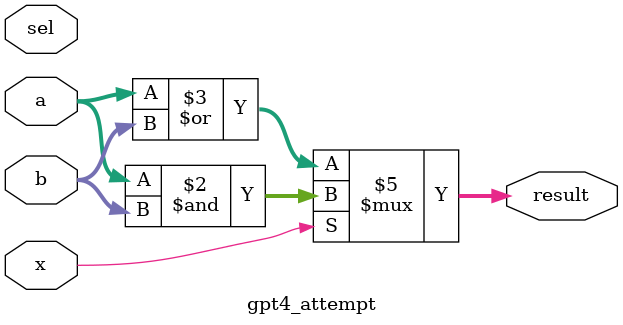
<source format=v>
module gpt4_attempt(
    input x,
    input sel,
    input [7:0] a,        // 8-bit input operand A
    input [7:0] b,        // 8-bit input operand B
    output reg [7:0] result  // Output result
);

// Simplified combinational logic
always @(*) begin
    if (x) begin
        // And bitwise directly in the module
        result = a & b;
    end else begin
        // Or bitwise directly in the module
        result = a | b;
    end
end

endmodule

</source>
